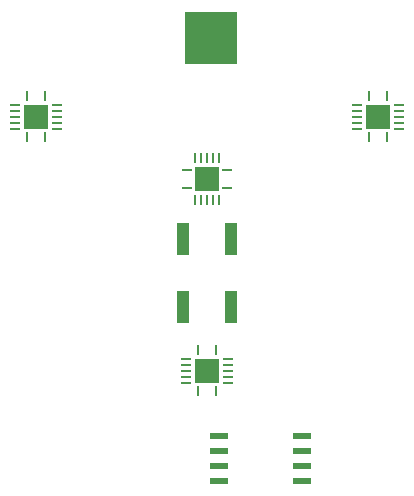
<source format=gbr>
G04 #@! TF.GenerationSoftware,KiCad,Pcbnew,(5.0.0)*
G04 #@! TF.CreationDate,2019-05-30T18:33:38-04:00*
G04 #@! TF.ProjectId,Tiny-er T,54696E792D657220542E6B696361645F,rev?*
G04 #@! TF.SameCoordinates,Original*
G04 #@! TF.FileFunction,Paste,Bot*
G04 #@! TF.FilePolarity,Positive*
%FSLAX46Y46*%
G04 Gerber Fmt 4.6, Leading zero omitted, Abs format (unit mm)*
G04 Created by KiCad (PCBNEW (5.0.0)) date 05/30/19 18:33:38*
%MOMM*%
%LPD*%
G01*
G04 APERTURE LIST*
%ADD10R,1.550000X0.600000*%
%ADD11R,1.000000X2.750000*%
%ADD12R,2.050000X2.050000*%
%ADD13R,0.849884X0.279908*%
%ADD14R,0.279908X0.849884*%
%ADD15R,4.500000X4.500000*%
G04 APERTURE END LIST*
D10*
G04 #@! TO.C,U1*
X111000000Y-115500000D03*
X111000000Y-116765000D03*
X111000000Y-118035000D03*
X111000000Y-119305000D03*
X118000000Y-119305000D03*
X118000000Y-118035000D03*
X118000000Y-116765000D03*
X118000000Y-115495000D03*
G04 #@! TD*
D11*
G04 #@! TO.C,SW1*
X112000000Y-98870000D03*
X112000000Y-104630000D03*
X108000000Y-104630000D03*
X108000000Y-98870000D03*
G04 #@! TD*
D12*
G04 #@! TO.C,U4*
X110000000Y-93750000D03*
D13*
X108269000Y-94500001D03*
D14*
X108999999Y-95519001D03*
X109500001Y-95519001D03*
X110000000Y-95519001D03*
X110499999Y-95519001D03*
X111000001Y-95519001D03*
D13*
X111731000Y-94500001D03*
X111731000Y-92999999D03*
D14*
X111000001Y-91980999D03*
X110499999Y-91980999D03*
X110000000Y-91980999D03*
X109500001Y-91980999D03*
X108999999Y-91980999D03*
D13*
X108269000Y-92999999D03*
G04 #@! TD*
D12*
G04 #@! TO.C,U3*
X124500000Y-88500000D03*
D14*
X125250001Y-90231000D03*
D13*
X126269001Y-89500001D03*
X126269001Y-88999999D03*
X126269001Y-88500000D03*
X126269001Y-88000001D03*
X126269001Y-87499999D03*
D14*
X125250001Y-86769000D03*
X123749999Y-86769000D03*
D13*
X122730999Y-87499999D03*
X122730999Y-88000001D03*
X122730999Y-88500000D03*
X122730999Y-88999999D03*
X122730999Y-89500001D03*
D14*
X123749999Y-90231000D03*
G04 #@! TD*
D12*
G04 #@! TO.C,U5*
X110000000Y-110000000D03*
D14*
X110750001Y-111731000D03*
D13*
X111769001Y-111000001D03*
X111769001Y-110499999D03*
X111769001Y-110000000D03*
X111769001Y-109500001D03*
X111769001Y-108999999D03*
D14*
X110750001Y-108269000D03*
X109249999Y-108269000D03*
D13*
X108230999Y-108999999D03*
X108230999Y-109500001D03*
X108230999Y-110000000D03*
X108230999Y-110499999D03*
X108230999Y-111000001D03*
D14*
X109249999Y-111731000D03*
G04 #@! TD*
G04 #@! TO.C,U6*
X94749999Y-90231000D03*
D13*
X93730999Y-89500001D03*
X93730999Y-88999999D03*
X93730999Y-88500000D03*
X93730999Y-88000001D03*
X93730999Y-87499999D03*
D14*
X94749999Y-86769000D03*
X96250001Y-86769000D03*
D13*
X97269001Y-87499999D03*
X97269001Y-88000001D03*
X97269001Y-88500000D03*
X97269001Y-88999999D03*
X97269001Y-89500001D03*
D14*
X96250001Y-90231000D03*
D12*
X95500000Y-88500000D03*
G04 #@! TD*
D15*
G04 #@! TO.C,J1*
X110367000Y-81826100D03*
G04 #@! TD*
M02*

</source>
